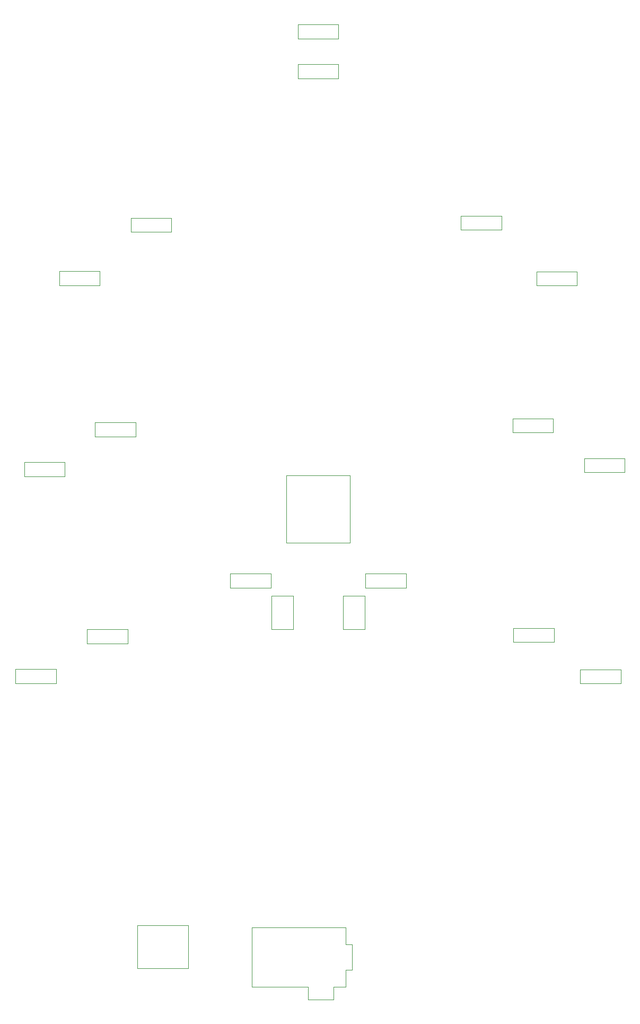
<source format=gbr>
G04 #@! TF.FileFunction,Other,User*
%FSLAX46Y46*%
G04 Gerber Fmt 4.6, Leading zero omitted, Abs format (unit mm)*
G04 Created by KiCad (PCBNEW 4.0.6) date Tuesday, November 14, 2017 'PMt' 08:02:21 PM*
%MOMM*%
%LPD*%
G01*
G04 APERTURE LIST*
%ADD10C,0.100000*%
%ADD11C,0.050000*%
G04 APERTURE END LIST*
D10*
D11*
X46915000Y-127160000D02*
X53415000Y-127160000D01*
X46915000Y-127160000D02*
X46915000Y-129370000D01*
X53415000Y-129370000D02*
X53415000Y-127160000D01*
X53415000Y-129370000D02*
X46915000Y-129370000D01*
X144220000Y-95725000D02*
X137720000Y-95725000D01*
X144220000Y-95725000D02*
X144220000Y-93515000D01*
X137720000Y-93515000D02*
X137720000Y-95725000D01*
X137720000Y-93515000D02*
X144220000Y-93515000D01*
X53900000Y-63660000D02*
X60400000Y-63660000D01*
X53900000Y-63660000D02*
X53900000Y-65870000D01*
X60400000Y-65870000D02*
X60400000Y-63660000D01*
X60400000Y-65870000D02*
X53900000Y-65870000D01*
X90150000Y-96200000D02*
X90150000Y-107000000D01*
X90150000Y-107000000D02*
X100350000Y-107000000D01*
X100350000Y-107000000D02*
X100350000Y-96200000D01*
X100350000Y-96200000D02*
X90150000Y-96200000D01*
X143585000Y-129380000D02*
X137085000Y-129380000D01*
X143585000Y-129380000D02*
X143585000Y-127170000D01*
X137085000Y-127170000D02*
X137085000Y-129380000D01*
X137085000Y-127170000D02*
X143585000Y-127170000D01*
X48312000Y-94140000D02*
X54812000Y-94140000D01*
X48312000Y-94140000D02*
X48312000Y-96350000D01*
X54812000Y-96350000D02*
X54812000Y-94140000D01*
X54812000Y-96350000D02*
X48312000Y-96350000D01*
X136600000Y-65880000D02*
X130100000Y-65880000D01*
X136600000Y-65880000D02*
X136600000Y-63670000D01*
X130100000Y-63670000D02*
X130100000Y-65880000D01*
X130100000Y-63670000D02*
X136600000Y-63670000D01*
X58345000Y-120810000D02*
X64845000Y-120810000D01*
X58345000Y-120810000D02*
X58345000Y-123020000D01*
X64845000Y-123020000D02*
X64845000Y-120810000D01*
X64845000Y-123020000D02*
X58345000Y-123020000D01*
X132790000Y-89375000D02*
X126290000Y-89375000D01*
X132790000Y-89375000D02*
X132790000Y-87165000D01*
X126290000Y-87165000D02*
X126290000Y-89375000D01*
X126290000Y-87165000D02*
X132790000Y-87165000D01*
X65330000Y-55151000D02*
X71830000Y-55151000D01*
X65330000Y-55151000D02*
X65330000Y-57361000D01*
X71830000Y-57361000D02*
X71830000Y-55151000D01*
X71830000Y-57361000D02*
X65330000Y-57361000D01*
X132917000Y-122776000D02*
X126417000Y-122776000D01*
X132917000Y-122776000D02*
X132917000Y-120566000D01*
X126417000Y-120566000D02*
X126417000Y-122776000D01*
X126417000Y-120566000D02*
X132917000Y-120566000D01*
X59615000Y-87790000D02*
X66115000Y-87790000D01*
X59615000Y-87790000D02*
X59615000Y-90000000D01*
X66115000Y-90000000D02*
X66115000Y-87790000D01*
X66115000Y-90000000D02*
X59615000Y-90000000D01*
X124535000Y-56990000D02*
X118035000Y-56990000D01*
X124535000Y-56990000D02*
X124535000Y-54780000D01*
X118035000Y-54780000D02*
X118035000Y-56990000D01*
X118035000Y-54780000D02*
X124535000Y-54780000D01*
X92000000Y-30640000D02*
X98500000Y-30640000D01*
X92000000Y-30640000D02*
X92000000Y-32850000D01*
X98500000Y-32850000D02*
X98500000Y-30640000D01*
X98500000Y-32850000D02*
X92000000Y-32850000D01*
X74545000Y-174870000D02*
X66425000Y-174870000D01*
X74545000Y-174870000D02*
X74545000Y-168030000D01*
X66425000Y-168030000D02*
X66425000Y-174870000D01*
X66425000Y-168030000D02*
X74545000Y-168030000D01*
X92000000Y-24290000D02*
X98500000Y-24290000D01*
X92000000Y-24290000D02*
X92000000Y-26500000D01*
X98500000Y-26500000D02*
X98500000Y-24290000D01*
X98500000Y-26500000D02*
X92000000Y-26500000D01*
X99679000Y-168601000D02*
X99679000Y-168351000D01*
X99679000Y-168351000D02*
X84679000Y-168351000D01*
X99679000Y-168601000D02*
X99679000Y-171101000D01*
X99679000Y-171101000D02*
X100679000Y-171101000D01*
X100679000Y-171101000D02*
X100679000Y-175101000D01*
X100679000Y-175101000D02*
X99679000Y-175101000D01*
X99679000Y-175101000D02*
X99679000Y-177851000D01*
X99679000Y-177851000D02*
X97679000Y-177851000D01*
X97679000Y-177851000D02*
X97679000Y-179851000D01*
X97679000Y-179851000D02*
X93679000Y-179851000D01*
X93679000Y-179851000D02*
X93679000Y-177851000D01*
X93679000Y-177851000D02*
X84679000Y-177851000D01*
X84679000Y-177851000D02*
X84679000Y-168351000D01*
X102795000Y-111920000D02*
X109295000Y-111920000D01*
X102795000Y-111920000D02*
X102795000Y-114130000D01*
X109295000Y-114130000D02*
X109295000Y-111920000D01*
X109295000Y-114130000D02*
X102795000Y-114130000D01*
X81205000Y-111920000D02*
X87705000Y-111920000D01*
X81205000Y-111920000D02*
X81205000Y-114130000D01*
X87705000Y-114130000D02*
X87705000Y-111920000D01*
X87705000Y-114130000D02*
X81205000Y-114130000D01*
X91285000Y-115410000D02*
X91285000Y-120810000D01*
X91285000Y-120810000D02*
X87785000Y-120810000D01*
X87785000Y-120810000D02*
X87785000Y-115410000D01*
X87785000Y-115410000D02*
X91285000Y-115410000D01*
X102715000Y-115410000D02*
X102715000Y-120810000D01*
X102715000Y-120810000D02*
X99215000Y-120810000D01*
X99215000Y-120810000D02*
X99215000Y-115410000D01*
X99215000Y-115410000D02*
X102715000Y-115410000D01*
M02*

</source>
